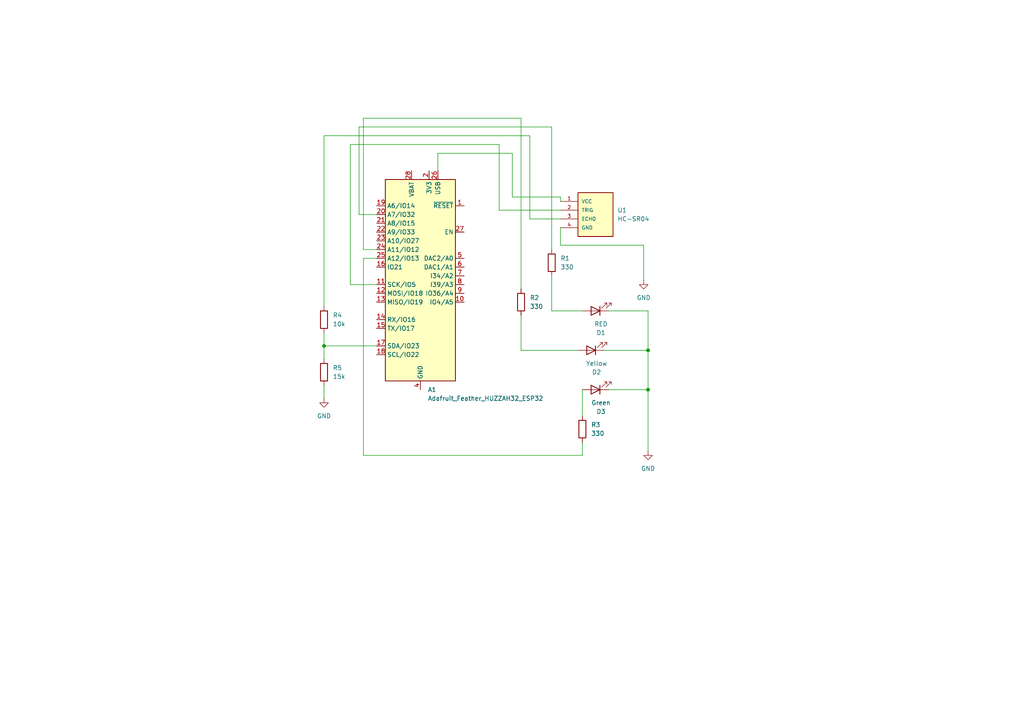
<source format=kicad_sch>
(kicad_sch
	(version 20250114)
	(generator "eeschema")
	(generator_version "9.0")
	(uuid "54dde89f-c22d-4592-bcdd-d34b1d194bcc")
	(paper "A4")
	(lib_symbols
		(symbol "Device:LED"
			(pin_numbers
				(hide yes)
			)
			(pin_names
				(offset 1.016)
				(hide yes)
			)
			(exclude_from_sim no)
			(in_bom yes)
			(on_board yes)
			(property "Reference" "D"
				(at 0 2.54 0)
				(effects
					(font
						(size 1.27 1.27)
					)
				)
			)
			(property "Value" "LED"
				(at 0 -2.54 0)
				(effects
					(font
						(size 1.27 1.27)
					)
				)
			)
			(property "Footprint" ""
				(at 0 0 0)
				(effects
					(font
						(size 1.27 1.27)
					)
					(hide yes)
				)
			)
			(property "Datasheet" "~"
				(at 0 0 0)
				(effects
					(font
						(size 1.27 1.27)
					)
					(hide yes)
				)
			)
			(property "Description" "Light emitting diode"
				(at 0 0 0)
				(effects
					(font
						(size 1.27 1.27)
					)
					(hide yes)
				)
			)
			(property "Sim.Pins" "1=K 2=A"
				(at 0 0 0)
				(effects
					(font
						(size 1.27 1.27)
					)
					(hide yes)
				)
			)
			(property "ki_keywords" "LED diode"
				(at 0 0 0)
				(effects
					(font
						(size 1.27 1.27)
					)
					(hide yes)
				)
			)
			(property "ki_fp_filters" "LED* LED_SMD:* LED_THT:*"
				(at 0 0 0)
				(effects
					(font
						(size 1.27 1.27)
					)
					(hide yes)
				)
			)
			(symbol "LED_0_1"
				(polyline
					(pts
						(xy -3.048 -0.762) (xy -4.572 -2.286) (xy -3.81 -2.286) (xy -4.572 -2.286) (xy -4.572 -1.524)
					)
					(stroke
						(width 0)
						(type default)
					)
					(fill
						(type none)
					)
				)
				(polyline
					(pts
						(xy -1.778 -0.762) (xy -3.302 -2.286) (xy -2.54 -2.286) (xy -3.302 -2.286) (xy -3.302 -1.524)
					)
					(stroke
						(width 0)
						(type default)
					)
					(fill
						(type none)
					)
				)
				(polyline
					(pts
						(xy -1.27 0) (xy 1.27 0)
					)
					(stroke
						(width 0)
						(type default)
					)
					(fill
						(type none)
					)
				)
				(polyline
					(pts
						(xy -1.27 -1.27) (xy -1.27 1.27)
					)
					(stroke
						(width 0.254)
						(type default)
					)
					(fill
						(type none)
					)
				)
				(polyline
					(pts
						(xy 1.27 -1.27) (xy 1.27 1.27) (xy -1.27 0) (xy 1.27 -1.27)
					)
					(stroke
						(width 0.254)
						(type default)
					)
					(fill
						(type none)
					)
				)
			)
			(symbol "LED_1_1"
				(pin passive line
					(at -3.81 0 0)
					(length 2.54)
					(name "K"
						(effects
							(font
								(size 1.27 1.27)
							)
						)
					)
					(number "1"
						(effects
							(font
								(size 1.27 1.27)
							)
						)
					)
				)
				(pin passive line
					(at 3.81 0 180)
					(length 2.54)
					(name "A"
						(effects
							(font
								(size 1.27 1.27)
							)
						)
					)
					(number "2"
						(effects
							(font
								(size 1.27 1.27)
							)
						)
					)
				)
			)
			(embedded_fonts no)
		)
		(symbol "Device:R"
			(pin_numbers
				(hide yes)
			)
			(pin_names
				(offset 0)
			)
			(exclude_from_sim no)
			(in_bom yes)
			(on_board yes)
			(property "Reference" "R"
				(at 2.032 0 90)
				(effects
					(font
						(size 1.27 1.27)
					)
				)
			)
			(property "Value" "R"
				(at 0 0 90)
				(effects
					(font
						(size 1.27 1.27)
					)
				)
			)
			(property "Footprint" ""
				(at -1.778 0 90)
				(effects
					(font
						(size 1.27 1.27)
					)
					(hide yes)
				)
			)
			(property "Datasheet" "~"
				(at 0 0 0)
				(effects
					(font
						(size 1.27 1.27)
					)
					(hide yes)
				)
			)
			(property "Description" "Resistor"
				(at 0 0 0)
				(effects
					(font
						(size 1.27 1.27)
					)
					(hide yes)
				)
			)
			(property "ki_keywords" "R res resistor"
				(at 0 0 0)
				(effects
					(font
						(size 1.27 1.27)
					)
					(hide yes)
				)
			)
			(property "ki_fp_filters" "R_*"
				(at 0 0 0)
				(effects
					(font
						(size 1.27 1.27)
					)
					(hide yes)
				)
			)
			(symbol "R_0_1"
				(rectangle
					(start -1.016 -2.54)
					(end 1.016 2.54)
					(stroke
						(width 0.254)
						(type default)
					)
					(fill
						(type none)
					)
				)
			)
			(symbol "R_1_1"
				(pin passive line
					(at 0 3.81 270)
					(length 1.27)
					(name "~"
						(effects
							(font
								(size 1.27 1.27)
							)
						)
					)
					(number "1"
						(effects
							(font
								(size 1.27 1.27)
							)
						)
					)
				)
				(pin passive line
					(at 0 -3.81 90)
					(length 1.27)
					(name "~"
						(effects
							(font
								(size 1.27 1.27)
							)
						)
					)
					(number "2"
						(effects
							(font
								(size 1.27 1.27)
							)
						)
					)
				)
			)
			(embedded_fonts no)
		)
		(symbol "HC-SR04:HC-SR04"
			(pin_names
				(offset 1.016)
			)
			(exclude_from_sim no)
			(in_bom yes)
			(on_board yes)
			(property "Reference" "U"
				(at 0 5.0813 0)
				(effects
					(font
						(size 1.27 1.27)
					)
					(justify left bottom)
				)
			)
			(property "Value" "HC-SR04"
				(at 0 -10.163 0)
				(effects
					(font
						(size 1.27 1.27)
					)
					(justify left bottom)
				)
			)
			(property "Footprint" "HC-SR04:XCVR_HC-SR04"
				(at 0 0 0)
				(effects
					(font
						(size 1.27 1.27)
					)
					(justify bottom)
					(hide yes)
				)
			)
			(property "Datasheet" ""
				(at 0 0 0)
				(effects
					(font
						(size 1.27 1.27)
					)
					(hide yes)
				)
			)
			(property "Description" ""
				(at 0 0 0)
				(effects
					(font
						(size 1.27 1.27)
					)
					(hide yes)
				)
			)
			(property "MF" "SparkFun Electronics"
				(at 0 0 0)
				(effects
					(font
						(size 1.27 1.27)
					)
					(justify bottom)
					(hide yes)
				)
			)
			(property "Description_1" "HC-SR04 Ultrasonic Sensor Qwiic Platform Evaluation Expansion Board"
				(at 0 0 0)
				(effects
					(font
						(size 1.27 1.27)
					)
					(justify bottom)
					(hide yes)
				)
			)
			(property "Package" "None"
				(at 0 0 0)
				(effects
					(font
						(size 1.27 1.27)
					)
					(justify bottom)
					(hide yes)
				)
			)
			(property "Price" "None"
				(at 0 0 0)
				(effects
					(font
						(size 1.27 1.27)
					)
					(justify bottom)
					(hide yes)
				)
			)
			(property "Check_prices" "https://www.snapeda.com/parts/HC-SR04/SparkFun/view-part/?ref=eda"
				(at 0 0 0)
				(effects
					(font
						(size 1.27 1.27)
					)
					(justify bottom)
					(hide yes)
				)
			)
			(property "SnapEDA_Link" "https://www.snapeda.com/parts/HC-SR04/SparkFun/view-part/?ref=snap"
				(at 0 0 0)
				(effects
					(font
						(size 1.27 1.27)
					)
					(justify bottom)
					(hide yes)
				)
			)
			(property "MP" "HC-SR04"
				(at 0 0 0)
				(effects
					(font
						(size 1.27 1.27)
					)
					(justify bottom)
					(hide yes)
				)
			)
			(property "Availability" "Not in stock"
				(at 0 0 0)
				(effects
					(font
						(size 1.27 1.27)
					)
					(justify bottom)
					(hide yes)
				)
			)
			(property "MANUFACTURER" "Osepp"
				(at 0 0 0)
				(effects
					(font
						(size 1.27 1.27)
					)
					(justify bottom)
					(hide yes)
				)
			)
			(symbol "HC-SR04_0_0"
				(rectangle
					(start 0 -7.62)
					(end 10.16 5.08)
					(stroke
						(width 0.254)
						(type default)
					)
					(fill
						(type background)
					)
				)
				(pin power_in line
					(at -5.08 2.54 0)
					(length 5.08)
					(name "VCC"
						(effects
							(font
								(size 1.016 1.016)
							)
						)
					)
					(number "1"
						(effects
							(font
								(size 1.016 1.016)
							)
						)
					)
				)
				(pin bidirectional line
					(at -5.08 0 0)
					(length 5.08)
					(name "TRIG"
						(effects
							(font
								(size 1.016 1.016)
							)
						)
					)
					(number "2"
						(effects
							(font
								(size 1.016 1.016)
							)
						)
					)
				)
				(pin bidirectional line
					(at -5.08 -2.54 0)
					(length 5.08)
					(name "ECHO"
						(effects
							(font
								(size 1.016 1.016)
							)
						)
					)
					(number "3"
						(effects
							(font
								(size 1.016 1.016)
							)
						)
					)
				)
				(pin power_in line
					(at -5.08 -5.08 0)
					(length 5.08)
					(name "GND"
						(effects
							(font
								(size 1.016 1.016)
							)
						)
					)
					(number "4"
						(effects
							(font
								(size 1.016 1.016)
							)
						)
					)
				)
			)
			(embedded_fonts no)
		)
		(symbol "MCU_Module:Adafruit_Feather_HUZZAH32_ESP32"
			(exclude_from_sim no)
			(in_bom yes)
			(on_board yes)
			(property "Reference" "A"
				(at -10.16 29.21 0)
				(effects
					(font
						(size 1.27 1.27)
					)
					(justify left)
				)
			)
			(property "Value" "Adafruit_Feather_HUZZAH32_ESP32"
				(at 2.54 -31.75 0)
				(effects
					(font
						(size 1.27 1.27)
					)
					(justify left)
				)
			)
			(property "Footprint" "Module:Adafruit_Feather"
				(at 2.54 -34.29 0)
				(effects
					(font
						(size 1.27 1.27)
					)
					(justify left)
					(hide yes)
				)
			)
			(property "Datasheet" "https://cdn-learn.adafruit.com/downloads/pdf/adafruit-huzzah32-esp32-feather.pdf"
				(at 0 -30.48 0)
				(effects
					(font
						(size 1.27 1.27)
					)
					(hide yes)
				)
			)
			(property "Description" "Microcontroller module with ESP32 MCU"
				(at 0 0 0)
				(effects
					(font
						(size 1.27 1.27)
					)
					(hide yes)
				)
			)
			(property "ki_keywords" "Adafruit feather microcontroller module USB"
				(at 0 0 0)
				(effects
					(font
						(size 1.27 1.27)
					)
					(hide yes)
				)
			)
			(property "ki_fp_filters" "Adafruit*Feather*"
				(at 0 0 0)
				(effects
					(font
						(size 1.27 1.27)
					)
					(hide yes)
				)
			)
			(symbol "Adafruit_Feather_HUZZAH32_ESP32_0_1"
				(rectangle
					(start -10.16 27.94)
					(end 10.16 -30.48)
					(stroke
						(width 0.254)
						(type default)
					)
					(fill
						(type background)
					)
				)
			)
			(symbol "Adafruit_Feather_HUZZAH32_ESP32_1_1"
				(pin bidirectional line
					(at -12.7 20.32 0)
					(length 2.54)
					(name "A6/IO14"
						(effects
							(font
								(size 1.27 1.27)
							)
						)
					)
					(number "19"
						(effects
							(font
								(size 1.27 1.27)
							)
						)
					)
				)
				(pin bidirectional line
					(at -12.7 17.78 0)
					(length 2.54)
					(name "A7/IO32"
						(effects
							(font
								(size 1.27 1.27)
							)
						)
					)
					(number "20"
						(effects
							(font
								(size 1.27 1.27)
							)
						)
					)
				)
				(pin bidirectional line
					(at -12.7 15.24 0)
					(length 2.54)
					(name "A8/IO15"
						(effects
							(font
								(size 1.27 1.27)
							)
						)
					)
					(number "21"
						(effects
							(font
								(size 1.27 1.27)
							)
						)
					)
				)
				(pin bidirectional line
					(at -12.7 12.7 0)
					(length 2.54)
					(name "A9/IO33"
						(effects
							(font
								(size 1.27 1.27)
							)
						)
					)
					(number "22"
						(effects
							(font
								(size 1.27 1.27)
							)
						)
					)
				)
				(pin bidirectional line
					(at -12.7 10.16 0)
					(length 2.54)
					(name "A10/IO27"
						(effects
							(font
								(size 1.27 1.27)
							)
						)
					)
					(number "23"
						(effects
							(font
								(size 1.27 1.27)
							)
						)
					)
				)
				(pin bidirectional line
					(at -12.7 7.62 0)
					(length 2.54)
					(name "A11/IO12"
						(effects
							(font
								(size 1.27 1.27)
							)
						)
					)
					(number "24"
						(effects
							(font
								(size 1.27 1.27)
							)
						)
					)
				)
				(pin bidirectional line
					(at -12.7 5.08 0)
					(length 2.54)
					(name "A12/IO13"
						(effects
							(font
								(size 1.27 1.27)
							)
						)
					)
					(number "25"
						(effects
							(font
								(size 1.27 1.27)
							)
						)
					)
				)
				(pin bidirectional line
					(at -12.7 2.54 0)
					(length 2.54)
					(name "IO21"
						(effects
							(font
								(size 1.27 1.27)
							)
						)
					)
					(number "16"
						(effects
							(font
								(size 1.27 1.27)
							)
						)
					)
				)
				(pin bidirectional line
					(at -12.7 -2.54 0)
					(length 2.54)
					(name "SCK/IO5"
						(effects
							(font
								(size 1.27 1.27)
							)
						)
					)
					(number "11"
						(effects
							(font
								(size 1.27 1.27)
							)
						)
					)
				)
				(pin bidirectional line
					(at -12.7 -5.08 0)
					(length 2.54)
					(name "MOSI/IO18"
						(effects
							(font
								(size 1.27 1.27)
							)
						)
					)
					(number "12"
						(effects
							(font
								(size 1.27 1.27)
							)
						)
					)
				)
				(pin bidirectional line
					(at -12.7 -7.62 0)
					(length 2.54)
					(name "MISO/IO19"
						(effects
							(font
								(size 1.27 1.27)
							)
						)
					)
					(number "13"
						(effects
							(font
								(size 1.27 1.27)
							)
						)
					)
				)
				(pin bidirectional line
					(at -12.7 -12.7 0)
					(length 2.54)
					(name "RX/IO16"
						(effects
							(font
								(size 1.27 1.27)
							)
						)
					)
					(number "14"
						(effects
							(font
								(size 1.27 1.27)
							)
						)
					)
				)
				(pin bidirectional line
					(at -12.7 -15.24 0)
					(length 2.54)
					(name "TX/IO17"
						(effects
							(font
								(size 1.27 1.27)
							)
						)
					)
					(number "15"
						(effects
							(font
								(size 1.27 1.27)
							)
						)
					)
				)
				(pin bidirectional line
					(at -12.7 -20.32 0)
					(length 2.54)
					(name "SDA/IO23"
						(effects
							(font
								(size 1.27 1.27)
							)
						)
					)
					(number "17"
						(effects
							(font
								(size 1.27 1.27)
							)
						)
					)
				)
				(pin bidirectional line
					(at -12.7 -22.86 0)
					(length 2.54)
					(name "SCL/IO22"
						(effects
							(font
								(size 1.27 1.27)
							)
						)
					)
					(number "18"
						(effects
							(font
								(size 1.27 1.27)
							)
						)
					)
				)
				(pin power_in line
					(at -2.54 30.48 270)
					(length 2.54)
					(name "VBAT"
						(effects
							(font
								(size 1.27 1.27)
							)
						)
					)
					(number "28"
						(effects
							(font
								(size 1.27 1.27)
							)
						)
					)
				)
				(pin power_in line
					(at 0 -33.02 90)
					(length 2.54)
					(name "GND"
						(effects
							(font
								(size 1.27 1.27)
							)
						)
					)
					(number "4"
						(effects
							(font
								(size 1.27 1.27)
							)
						)
					)
				)
				(pin power_in line
					(at 2.54 30.48 270)
					(length 2.54)
					(name "3V3"
						(effects
							(font
								(size 1.27 1.27)
							)
						)
					)
					(number "2"
						(effects
							(font
								(size 1.27 1.27)
							)
						)
					)
				)
				(pin power_in line
					(at 5.08 30.48 270)
					(length 2.54)
					(name "USB"
						(effects
							(font
								(size 1.27 1.27)
							)
						)
					)
					(number "26"
						(effects
							(font
								(size 1.27 1.27)
							)
						)
					)
				)
				(pin no_connect line
					(at 10.16 10.16 180)
					(length 2.54)
					(hide yes)
					(name "NC"
						(effects
							(font
								(size 1.27 1.27)
							)
						)
					)
					(number "3"
						(effects
							(font
								(size 1.27 1.27)
							)
						)
					)
				)
				(pin input line
					(at 12.7 20.32 180)
					(length 2.54)
					(name "~{RESET}"
						(effects
							(font
								(size 1.27 1.27)
							)
						)
					)
					(number "1"
						(effects
							(font
								(size 1.27 1.27)
							)
						)
					)
				)
				(pin input line
					(at 12.7 12.7 180)
					(length 2.54)
					(name "EN"
						(effects
							(font
								(size 1.27 1.27)
							)
						)
					)
					(number "27"
						(effects
							(font
								(size 1.27 1.27)
							)
						)
					)
				)
				(pin bidirectional line
					(at 12.7 5.08 180)
					(length 2.54)
					(name "DAC2/A0"
						(effects
							(font
								(size 1.27 1.27)
							)
						)
					)
					(number "5"
						(effects
							(font
								(size 1.27 1.27)
							)
						)
					)
				)
				(pin bidirectional line
					(at 12.7 2.54 180)
					(length 2.54)
					(name "DAC1/A1"
						(effects
							(font
								(size 1.27 1.27)
							)
						)
					)
					(number "6"
						(effects
							(font
								(size 1.27 1.27)
							)
						)
					)
				)
				(pin bidirectional line
					(at 12.7 0 180)
					(length 2.54)
					(name "I34/A2"
						(effects
							(font
								(size 1.27 1.27)
							)
						)
					)
					(number "7"
						(effects
							(font
								(size 1.27 1.27)
							)
						)
					)
				)
				(pin bidirectional line
					(at 12.7 -2.54 180)
					(length 2.54)
					(name "I39/A3"
						(effects
							(font
								(size 1.27 1.27)
							)
						)
					)
					(number "8"
						(effects
							(font
								(size 1.27 1.27)
							)
						)
					)
				)
				(pin bidirectional line
					(at 12.7 -5.08 180)
					(length 2.54)
					(name "IO36/A4"
						(effects
							(font
								(size 1.27 1.27)
							)
						)
					)
					(number "9"
						(effects
							(font
								(size 1.27 1.27)
							)
						)
					)
				)
				(pin bidirectional line
					(at 12.7 -7.62 180)
					(length 2.54)
					(name "IO4/A5"
						(effects
							(font
								(size 1.27 1.27)
							)
						)
					)
					(number "10"
						(effects
							(font
								(size 1.27 1.27)
							)
						)
					)
				)
			)
			(embedded_fonts no)
		)
		(symbol "power:GND"
			(power)
			(pin_numbers
				(hide yes)
			)
			(pin_names
				(offset 0)
				(hide yes)
			)
			(exclude_from_sim no)
			(in_bom yes)
			(on_board yes)
			(property "Reference" "#PWR"
				(at 0 -6.35 0)
				(effects
					(font
						(size 1.27 1.27)
					)
					(hide yes)
				)
			)
			(property "Value" "GND"
				(at 0 -3.81 0)
				(effects
					(font
						(size 1.27 1.27)
					)
				)
			)
			(property "Footprint" ""
				(at 0 0 0)
				(effects
					(font
						(size 1.27 1.27)
					)
					(hide yes)
				)
			)
			(property "Datasheet" ""
				(at 0 0 0)
				(effects
					(font
						(size 1.27 1.27)
					)
					(hide yes)
				)
			)
			(property "Description" "Power symbol creates a global label with name \"GND\" , ground"
				(at 0 0 0)
				(effects
					(font
						(size 1.27 1.27)
					)
					(hide yes)
				)
			)
			(property "ki_keywords" "global power"
				(at 0 0 0)
				(effects
					(font
						(size 1.27 1.27)
					)
					(hide yes)
				)
			)
			(symbol "GND_0_1"
				(polyline
					(pts
						(xy 0 0) (xy 0 -1.27) (xy 1.27 -1.27) (xy 0 -2.54) (xy -1.27 -1.27) (xy 0 -1.27)
					)
					(stroke
						(width 0)
						(type default)
					)
					(fill
						(type none)
					)
				)
			)
			(symbol "GND_1_1"
				(pin power_in line
					(at 0 0 270)
					(length 0)
					(name "~"
						(effects
							(font
								(size 1.27 1.27)
							)
						)
					)
					(number "1"
						(effects
							(font
								(size 1.27 1.27)
							)
						)
					)
				)
			)
			(embedded_fonts no)
		)
	)
	(junction
		(at 187.96 101.6)
		(diameter 0)
		(color 0 0 0 0)
		(uuid "367e2409-a4c0-4c5f-89fe-873cb54b1601")
	)
	(junction
		(at 93.98 100.33)
		(diameter 0)
		(color 0 0 0 0)
		(uuid "8496ce53-4f8d-4827-a051-5cf2545604f9")
	)
	(junction
		(at 187.96 113.03)
		(diameter 0)
		(color 0 0 0 0)
		(uuid "93bdd109-be74-4a5d-940b-430864fdd6ec")
	)
	(wire
		(pts
			(xy 101.6 82.55) (xy 109.22 82.55)
		)
		(stroke
			(width 0)
			(type default)
		)
		(uuid "07be5101-a1b5-443e-905f-5a3ec85e43d1")
	)
	(wire
		(pts
			(xy 168.91 90.17) (xy 160.02 90.17)
		)
		(stroke
			(width 0)
			(type default)
		)
		(uuid "16664fc1-45e4-4a2e-ab35-31e2fca9eec5")
	)
	(wire
		(pts
			(xy 187.96 113.03) (xy 187.96 130.81)
		)
		(stroke
			(width 0)
			(type default)
		)
		(uuid "1b8822d6-f936-4c86-9349-b51042a231f0")
	)
	(wire
		(pts
			(xy 148.59 57.15) (xy 162.56 57.15)
		)
		(stroke
			(width 0)
			(type default)
		)
		(uuid "1d0512bb-a4d8-4058-9ea0-d19828aece32")
	)
	(wire
		(pts
			(xy 105.41 72.39) (xy 109.22 72.39)
		)
		(stroke
			(width 0)
			(type default)
		)
		(uuid "3350cb04-6af1-45c6-b47f-d19ca68c2cab")
	)
	(wire
		(pts
			(xy 162.56 71.12) (xy 186.69 71.12)
		)
		(stroke
			(width 0)
			(type default)
		)
		(uuid "3b1b0631-7547-41c0-95e1-1d282c592247")
	)
	(wire
		(pts
			(xy 105.41 34.29) (xy 105.41 72.39)
		)
		(stroke
			(width 0)
			(type default)
		)
		(uuid "3b5991b9-c37e-4d90-abef-5c63718d9f47")
	)
	(wire
		(pts
			(xy 93.98 111.76) (xy 93.98 115.57)
		)
		(stroke
			(width 0)
			(type default)
		)
		(uuid "405c2457-b51d-4aba-b14c-39845ed8431e")
	)
	(wire
		(pts
			(xy 144.78 60.96) (xy 144.78 41.91)
		)
		(stroke
			(width 0)
			(type default)
		)
		(uuid "4162400b-9850-456b-be3b-f3b08c1f25f1")
	)
	(wire
		(pts
			(xy 167.64 101.6) (xy 151.13 101.6)
		)
		(stroke
			(width 0)
			(type default)
		)
		(uuid "49ff709e-765f-4e69-b8ef-580af59b3f36")
	)
	(wire
		(pts
			(xy 127 44.45) (xy 148.59 44.45)
		)
		(stroke
			(width 0)
			(type default)
		)
		(uuid "4d2a94c6-f53f-468c-b693-0050a0f33fd5")
	)
	(wire
		(pts
			(xy 93.98 39.37) (xy 93.98 88.9)
		)
		(stroke
			(width 0)
			(type default)
		)
		(uuid "574fccee-0030-440c-89c1-49c5124ba200")
	)
	(wire
		(pts
			(xy 160.02 90.17) (xy 160.02 80.01)
		)
		(stroke
			(width 0)
			(type default)
		)
		(uuid "60334e3a-cd23-4001-8240-0bf13e330eab")
	)
	(wire
		(pts
			(xy 105.41 132.08) (xy 105.41 74.93)
		)
		(stroke
			(width 0)
			(type default)
		)
		(uuid "62a8c485-524c-4151-8387-060b2e87e5d3")
	)
	(wire
		(pts
			(xy 93.98 100.33) (xy 93.98 104.14)
		)
		(stroke
			(width 0)
			(type default)
		)
		(uuid "64586805-7298-47ce-8516-ded5313b789f")
	)
	(wire
		(pts
			(xy 104.14 36.83) (xy 104.14 62.23)
		)
		(stroke
			(width 0)
			(type default)
		)
		(uuid "6da7d7a9-23a6-4ea8-b77a-4f8531b781f8")
	)
	(wire
		(pts
			(xy 176.53 90.17) (xy 187.96 90.17)
		)
		(stroke
			(width 0)
			(type default)
		)
		(uuid "6e7acf60-9d2c-4827-a9fa-60f4d07e6bfe")
	)
	(wire
		(pts
			(xy 105.41 74.93) (xy 109.22 74.93)
		)
		(stroke
			(width 0)
			(type default)
		)
		(uuid "75ce5139-7e36-43cc-8066-c27e03286757")
	)
	(wire
		(pts
			(xy 162.56 57.15) (xy 162.56 58.42)
		)
		(stroke
			(width 0)
			(type default)
		)
		(uuid "7d15dbcd-ea32-44dc-b051-cbfd0c38051c")
	)
	(wire
		(pts
			(xy 148.59 44.45) (xy 148.59 57.15)
		)
		(stroke
			(width 0)
			(type default)
		)
		(uuid "833ffbaa-fd92-42d9-90dd-7f8691c8ea93")
	)
	(wire
		(pts
			(xy 151.13 101.6) (xy 151.13 91.44)
		)
		(stroke
			(width 0)
			(type default)
		)
		(uuid "856ca80b-d64e-4948-9fbb-b346ce8a16b1")
	)
	(wire
		(pts
			(xy 144.78 41.91) (xy 101.6 41.91)
		)
		(stroke
			(width 0)
			(type default)
		)
		(uuid "88be3787-8ab6-42b1-8ccc-bcbab38f9f94")
	)
	(wire
		(pts
			(xy 93.98 100.33) (xy 109.22 100.33)
		)
		(stroke
			(width 0)
			(type default)
		)
		(uuid "8bf3af5c-3d82-43c4-a52d-3b2d33e0d0a9")
	)
	(wire
		(pts
			(xy 168.91 128.27) (xy 168.91 132.08)
		)
		(stroke
			(width 0)
			(type default)
		)
		(uuid "917b9ba6-2849-4269-aeee-2641b344851b")
	)
	(wire
		(pts
			(xy 93.98 39.37) (xy 153.67 39.37)
		)
		(stroke
			(width 0)
			(type default)
		)
		(uuid "981f8e8f-e5f8-468c-8601-126976f1adba")
	)
	(wire
		(pts
			(xy 175.26 101.6) (xy 187.96 101.6)
		)
		(stroke
			(width 0)
			(type default)
		)
		(uuid "a49a5464-7a25-46a8-b21f-23fcd766d364")
	)
	(wire
		(pts
			(xy 153.67 63.5) (xy 153.67 39.37)
		)
		(stroke
			(width 0)
			(type default)
		)
		(uuid "a814dec3-260a-4796-a670-23fa1dbc072a")
	)
	(wire
		(pts
			(xy 151.13 34.29) (xy 105.41 34.29)
		)
		(stroke
			(width 0)
			(type default)
		)
		(uuid "ac98ea10-9358-43b4-8177-c41921c5deb7")
	)
	(wire
		(pts
			(xy 162.56 66.04) (xy 162.56 71.12)
		)
		(stroke
			(width 0)
			(type default)
		)
		(uuid "b3986446-fb57-4c78-8495-63746ed94024")
	)
	(wire
		(pts
			(xy 162.56 60.96) (xy 144.78 60.96)
		)
		(stroke
			(width 0)
			(type default)
		)
		(uuid "b5ca6c0f-c4cb-4fa9-8779-071987252a82")
	)
	(wire
		(pts
			(xy 168.91 120.65) (xy 168.91 113.03)
		)
		(stroke
			(width 0)
			(type default)
		)
		(uuid "b78154e7-6fe1-40a9-9d36-64587ece9f90")
	)
	(wire
		(pts
			(xy 160.02 72.39) (xy 160.02 36.83)
		)
		(stroke
			(width 0)
			(type default)
		)
		(uuid "bf2e78a0-ca07-422e-bafa-5153386e61c7")
	)
	(wire
		(pts
			(xy 187.96 90.17) (xy 187.96 101.6)
		)
		(stroke
			(width 0)
			(type default)
		)
		(uuid "c5fede78-f0a4-4ecc-a244-070fbc39d0af")
	)
	(wire
		(pts
			(xy 160.02 36.83) (xy 104.14 36.83)
		)
		(stroke
			(width 0)
			(type default)
		)
		(uuid "ca60f56a-7110-40fc-bb31-531d3e957bef")
	)
	(wire
		(pts
			(xy 93.98 96.52) (xy 93.98 100.33)
		)
		(stroke
			(width 0)
			(type default)
		)
		(uuid "ce75391b-c41d-484c-b3ae-5844e93daec1")
	)
	(wire
		(pts
			(xy 127 49.53) (xy 127 44.45)
		)
		(stroke
			(width 0)
			(type default)
		)
		(uuid "d27388b4-e735-4418-81a3-99b7090ce212")
	)
	(wire
		(pts
			(xy 186.69 71.12) (xy 186.69 81.28)
		)
		(stroke
			(width 0)
			(type default)
		)
		(uuid "d9340c22-f032-421b-b5da-9dd5163f3634")
	)
	(wire
		(pts
			(xy 162.56 63.5) (xy 153.67 63.5)
		)
		(stroke
			(width 0)
			(type default)
		)
		(uuid "d9f5dadd-9336-4c15-a9e5-48b873d473c2")
	)
	(wire
		(pts
			(xy 101.6 41.91) (xy 101.6 82.55)
		)
		(stroke
			(width 0)
			(type default)
		)
		(uuid "e3cfbe03-0a48-4d5c-9093-5c3a94bd94c4")
	)
	(wire
		(pts
			(xy 187.96 101.6) (xy 187.96 113.03)
		)
		(stroke
			(width 0)
			(type default)
		)
		(uuid "e5196d3f-11c3-4199-833b-8302c0c4edbb")
	)
	(wire
		(pts
			(xy 176.53 113.03) (xy 187.96 113.03)
		)
		(stroke
			(width 0)
			(type default)
		)
		(uuid "e88f476a-bbf4-4fd8-9df9-b7af5fb9f09c")
	)
	(wire
		(pts
			(xy 105.41 132.08) (xy 168.91 132.08)
		)
		(stroke
			(width 0)
			(type default)
		)
		(uuid "fae9553e-f6e8-44fa-b936-e5a012b3227c")
	)
	(wire
		(pts
			(xy 151.13 83.82) (xy 151.13 34.29)
		)
		(stroke
			(width 0)
			(type default)
		)
		(uuid "fb40698d-ef70-4acb-9395-679676bd4ceb")
	)
	(wire
		(pts
			(xy 104.14 62.23) (xy 109.22 62.23)
		)
		(stroke
			(width 0)
			(type default)
		)
		(uuid "fbdb682f-49e7-47f2-b799-44cbae747db0")
	)
	(symbol
		(lib_id "Device:LED")
		(at 172.72 90.17 180)
		(unit 1)
		(exclude_from_sim no)
		(in_bom yes)
		(on_board yes)
		(dnp no)
		(uuid "15e79a29-7764-43ea-a1d5-0a6135a6b402")
		(property "Reference" "D1"
			(at 174.3075 96.52 0)
			(effects
				(font
					(size 1.27 1.27)
				)
			)
		)
		(property "Value" "RED"
			(at 174.3075 93.98 0)
			(effects
				(font
					(size 1.27 1.27)
				)
			)
		)
		(property "Footprint" "LED_THT:LED_D5.0mm"
			(at 172.72 90.17 0)
			(effects
				(font
					(size 1.27 1.27)
				)
				(hide yes)
			)
		)
		(property "Datasheet" "~"
			(at 172.72 90.17 0)
			(effects
				(font
					(size 1.27 1.27)
				)
				(hide yes)
			)
		)
		(property "Description" "Light emitting diode"
			(at 172.72 90.17 0)
			(effects
				(font
					(size 1.27 1.27)
				)
				(hide yes)
			)
		)
		(property "Sim.Pins" "1=K 2=A"
			(at 172.72 90.17 0)
			(effects
				(font
					(size 1.27 1.27)
				)
				(hide yes)
			)
		)
		(pin "1"
			(uuid "2ac1a2d9-fcd7-4257-9ff9-d4b0813490ce")
		)
		(pin "2"
			(uuid "c059f589-d64d-4960-8327-4a6a1965247c")
		)
		(instances
			(project ""
				(path "/54dde89f-c22d-4592-bcdd-d34b1d194bcc"
					(reference "D1")
					(unit 1)
				)
			)
		)
	)
	(symbol
		(lib_id "Device:R")
		(at 93.98 92.71 0)
		(unit 1)
		(exclude_from_sim no)
		(in_bom yes)
		(on_board yes)
		(dnp no)
		(fields_autoplaced yes)
		(uuid "3026f639-9b69-4633-b7f7-014cf940349b")
		(property "Reference" "R4"
			(at 96.52 91.4399 0)
			(effects
				(font
					(size 1.27 1.27)
				)
				(justify left)
			)
		)
		(property "Value" "10k"
			(at 96.52 93.9799 0)
			(effects
				(font
					(size 1.27 1.27)
				)
				(justify left)
			)
		)
		(property "Footprint" "Resistor_THT:R_Axial_DIN0207_L6.3mm_D2.5mm_P7.62mm_Horizontal"
			(at 92.202 92.71 90)
			(effects
				(font
					(size 1.27 1.27)
				)
				(hide yes)
			)
		)
		(property "Datasheet" "~"
			(at 93.98 92.71 0)
			(effects
				(font
					(size 1.27 1.27)
				)
				(hide yes)
			)
		)
		(property "Description" "Resistor"
			(at 93.98 92.71 0)
			(effects
				(font
					(size 1.27 1.27)
				)
				(hide yes)
			)
		)
		(pin "1"
			(uuid "f1c759a9-c433-4d9b-a538-751c51957bca")
		)
		(pin "2"
			(uuid "54ec621e-b658-4c22-b12c-ad8de4654a32")
		)
		(instances
			(project ""
				(path "/54dde89f-c22d-4592-bcdd-d34b1d194bcc"
					(reference "R4")
					(unit 1)
				)
			)
		)
	)
	(symbol
		(lib_id "power:GND")
		(at 187.96 130.81 0)
		(unit 1)
		(exclude_from_sim no)
		(in_bom yes)
		(on_board yes)
		(dnp no)
		(fields_autoplaced yes)
		(uuid "449a2583-fdb5-44c8-9e49-893a0a4b60a7")
		(property "Reference" "#PWR03"
			(at 187.96 137.16 0)
			(effects
				(font
					(size 1.27 1.27)
				)
				(hide yes)
			)
		)
		(property "Value" "GND"
			(at 187.96 135.89 0)
			(effects
				(font
					(size 1.27 1.27)
				)
			)
		)
		(property "Footprint" ""
			(at 187.96 130.81 0)
			(effects
				(font
					(size 1.27 1.27)
				)
				(hide yes)
			)
		)
		(property "Datasheet" ""
			(at 187.96 130.81 0)
			(effects
				(font
					(size 1.27 1.27)
				)
				(hide yes)
			)
		)
		(property "Description" "Power symbol creates a global label with name \"GND\" , ground"
			(at 187.96 130.81 0)
			(effects
				(font
					(size 1.27 1.27)
				)
				(hide yes)
			)
		)
		(pin "1"
			(uuid "1dd1fba5-b5a8-49f3-8122-0c454d2f190f")
		)
		(instances
			(project ""
				(path "/54dde89f-c22d-4592-bcdd-d34b1d194bcc"
					(reference "#PWR03")
					(unit 1)
				)
			)
		)
	)
	(symbol
		(lib_id "Device:R")
		(at 151.13 87.63 0)
		(unit 1)
		(exclude_from_sim no)
		(in_bom yes)
		(on_board yes)
		(dnp no)
		(fields_autoplaced yes)
		(uuid "46a67904-1d7c-45b5-a2e4-90049d4df3b3")
		(property "Reference" "R2"
			(at 153.67 86.3599 0)
			(effects
				(font
					(size 1.27 1.27)
				)
				(justify left)
			)
		)
		(property "Value" "330"
			(at 153.67 88.8999 0)
			(effects
				(font
					(size 1.27 1.27)
				)
				(justify left)
			)
		)
		(property "Footprint" "Resistor_THT:R_Axial_DIN0207_L6.3mm_D2.5mm_P7.62mm_Horizontal"
			(at 149.352 87.63 90)
			(effects
				(font
					(size 1.27 1.27)
				)
				(hide yes)
			)
		)
		(property "Datasheet" "~"
			(at 151.13 87.63 0)
			(effects
				(font
					(size 1.27 1.27)
				)
				(hide yes)
			)
		)
		(property "Description" "Resistor"
			(at 151.13 87.63 0)
			(effects
				(font
					(size 1.27 1.27)
				)
				(hide yes)
			)
		)
		(pin "2"
			(uuid "ffbddd07-00bc-481a-8c5c-98d4e83dd85f")
		)
		(pin "1"
			(uuid "0e44c6a0-4ea1-4876-8e7f-28ff84ff199d")
		)
		(instances
			(project ""
				(path "/54dde89f-c22d-4592-bcdd-d34b1d194bcc"
					(reference "R2")
					(unit 1)
				)
			)
		)
	)
	(symbol
		(lib_id "Device:LED")
		(at 171.45 101.6 180)
		(unit 1)
		(exclude_from_sim no)
		(in_bom yes)
		(on_board yes)
		(dnp no)
		(uuid "7d18bed3-7bf5-41e9-a2ea-1f4a0bf5fb2a")
		(property "Reference" "D2"
			(at 173.0375 107.95 0)
			(effects
				(font
					(size 1.27 1.27)
				)
			)
		)
		(property "Value" "Yellow"
			(at 173.0375 105.41 0)
			(effects
				(font
					(size 1.27 1.27)
				)
			)
		)
		(property "Footprint" "LED_THT:LED_D5.0mm"
			(at 171.45 101.6 0)
			(effects
				(font
					(size 1.27 1.27)
				)
				(hide yes)
			)
		)
		(property "Datasheet" "~"
			(at 171.45 101.6 0)
			(effects
				(font
					(size 1.27 1.27)
				)
				(hide yes)
			)
		)
		(property "Description" "Light emitting diode"
			(at 171.45 101.6 0)
			(effects
				(font
					(size 1.27 1.27)
				)
				(hide yes)
			)
		)
		(property "Sim.Pins" "1=K 2=A"
			(at 171.45 101.6 0)
			(effects
				(font
					(size 1.27 1.27)
				)
				(hide yes)
			)
		)
		(pin "1"
			(uuid "9409b875-fbe5-4132-aa1f-cd18bc2f0e17")
		)
		(pin "2"
			(uuid "c1aabb07-51bc-42da-a40f-4d1ee39e2c3e")
		)
		(instances
			(project ""
				(path "/54dde89f-c22d-4592-bcdd-d34b1d194bcc"
					(reference "D2")
					(unit 1)
				)
			)
		)
	)
	(symbol
		(lib_id "Device:R")
		(at 93.98 107.95 0)
		(unit 1)
		(exclude_from_sim no)
		(in_bom yes)
		(on_board yes)
		(dnp no)
		(fields_autoplaced yes)
		(uuid "9510a847-de55-4fd2-baf7-85ad2821e968")
		(property "Reference" "R5"
			(at 96.52 106.6799 0)
			(effects
				(font
					(size 1.27 1.27)
				)
				(justify left)
			)
		)
		(property "Value" "15k"
			(at 96.52 109.2199 0)
			(effects
				(font
					(size 1.27 1.27)
				)
				(justify left)
			)
		)
		(property "Footprint" "Resistor_THT:R_Axial_DIN0207_L6.3mm_D2.5mm_P7.62mm_Horizontal"
			(at 92.202 107.95 90)
			(effects
				(font
					(size 1.27 1.27)
				)
				(hide yes)
			)
		)
		(property "Datasheet" "~"
			(at 93.98 107.95 0)
			(effects
				(font
					(size 1.27 1.27)
				)
				(hide yes)
			)
		)
		(property "Description" "Resistor"
			(at 93.98 107.95 0)
			(effects
				(font
					(size 1.27 1.27)
				)
				(hide yes)
			)
		)
		(pin "2"
			(uuid "2f5ca845-7fa0-4de9-a555-521c0333a889")
		)
		(pin "1"
			(uuid "6c55fdbd-b7c5-4a97-8d47-38886f1865c0")
		)
		(instances
			(project ""
				(path "/54dde89f-c22d-4592-bcdd-d34b1d194bcc"
					(reference "R5")
					(unit 1)
				)
			)
		)
	)
	(symbol
		(lib_id "Device:LED")
		(at 172.72 113.03 180)
		(unit 1)
		(exclude_from_sim no)
		(in_bom yes)
		(on_board yes)
		(dnp no)
		(uuid "b302b892-8cae-48c4-a1f1-def055c15b51")
		(property "Reference" "D3"
			(at 174.3075 119.38 0)
			(effects
				(font
					(size 1.27 1.27)
				)
			)
		)
		(property "Value" "Green"
			(at 174.3075 116.84 0)
			(effects
				(font
					(size 1.27 1.27)
				)
			)
		)
		(property "Footprint" "LED_THT:LED_D5.0mm"
			(at 172.72 113.03 0)
			(effects
				(font
					(size 1.27 1.27)
				)
				(hide yes)
			)
		)
		(property "Datasheet" "~"
			(at 172.72 113.03 0)
			(effects
				(font
					(size 1.27 1.27)
				)
				(hide yes)
			)
		)
		(property "Description" "Light emitting diode"
			(at 172.72 113.03 0)
			(effects
				(font
					(size 1.27 1.27)
				)
				(hide yes)
			)
		)
		(property "Sim.Pins" "1=K 2=A"
			(at 172.72 113.03 0)
			(effects
				(font
					(size 1.27 1.27)
				)
				(hide yes)
			)
		)
		(pin "1"
			(uuid "fafa7508-f935-449f-93e5-d3c3429af2c3")
		)
		(pin "2"
			(uuid "1c8a7ba4-ea27-408b-b5eb-263f4e34d449")
		)
		(instances
			(project ""
				(path "/54dde89f-c22d-4592-bcdd-d34b1d194bcc"
					(reference "D3")
					(unit 1)
				)
			)
		)
	)
	(symbol
		(lib_id "HC-SR04:HC-SR04")
		(at 167.64 60.96 0)
		(unit 1)
		(exclude_from_sim no)
		(in_bom yes)
		(on_board yes)
		(dnp no)
		(fields_autoplaced yes)
		(uuid "cfd15316-c955-4e2a-8bda-e847a874e54c")
		(property "Reference" "U1"
			(at 179.07 60.9599 0)
			(effects
				(font
					(size 1.27 1.27)
				)
				(justify left)
			)
		)
		(property "Value" "HC-SR04"
			(at 179.07 63.4999 0)
			(effects
				(font
					(size 1.27 1.27)
				)
				(justify left)
			)
		)
		(property "Footprint" "Connector_PinHeader_2.54mm:PinHeader_1x04_P2.54mm_Vertical"
			(at 167.64 60.96 0)
			(effects
				(font
					(size 1.27 1.27)
				)
				(justify bottom)
				(hide yes)
			)
		)
		(property "Datasheet" ""
			(at 167.64 60.96 0)
			(effects
				(font
					(size 1.27 1.27)
				)
				(hide yes)
			)
		)
		(property "Description" ""
			(at 167.64 60.96 0)
			(effects
				(font
					(size 1.27 1.27)
				)
				(hide yes)
			)
		)
		(property "MF" "SparkFun Electronics"
			(at 167.64 60.96 0)
			(effects
				(font
					(size 1.27 1.27)
				)
				(justify bottom)
				(hide yes)
			)
		)
		(property "Description_1" "HC-SR04 Ultrasonic Sensor Qwiic Platform Evaluation Expansion Board"
			(at 167.64 60.96 0)
			(effects
				(font
					(size 1.27 1.27)
				)
				(justify bottom)
				(hide yes)
			)
		)
		(property "Package" "None"
			(at 167.64 60.96 0)
			(effects
				(font
					(size 1.27 1.27)
				)
				(justify bottom)
				(hide yes)
			)
		)
		(property "Price" "None"
			(at 167.64 60.96 0)
			(effects
				(font
					(size 1.27 1.27)
				)
				(justify bottom)
				(hide yes)
			)
		)
		(property "Check_prices" "https://www.snapeda.com/parts/HC-SR04/SparkFun/view-part/?ref=eda"
			(at 167.64 60.96 0)
			(effects
				(font
					(size 1.27 1.27)
				)
				(justify bottom)
				(hide yes)
			)
		)
		(property "SnapEDA_Link" "https://www.snapeda.com/parts/HC-SR04/SparkFun/view-part/?ref=snap"
			(at 167.64 60.96 0)
			(effects
				(font
					(size 1.27 1.27)
				)
				(justify bottom)
				(hide yes)
			)
		)
		(property "MP" "HC-SR04"
			(at 167.64 60.96 0)
			(effects
				(font
					(size 1.27 1.27)
				)
				(justify bottom)
				(hide yes)
			)
		)
		(property "Availability" "Not in stock"
			(at 167.64 60.96 0)
			(effects
				(font
					(size 1.27 1.27)
				)
				(justify bottom)
				(hide yes)
			)
		)
		(property "MANUFACTURER" "Osepp"
			(at 167.64 60.96 0)
			(effects
				(font
					(size 1.27 1.27)
				)
				(justify bottom)
				(hide yes)
			)
		)
		(pin "1"
			(uuid "11a6611a-8145-4ab8-9f8d-cd6967a29454")
		)
		(pin "2"
			(uuid "1eb51425-f040-4465-af49-7274d02b97b2")
		)
		(pin "4"
			(uuid "e6bd88f6-b40a-437a-8637-394010983a58")
		)
		(pin "3"
			(uuid "eb6c5b78-c070-4205-972f-877cd6e84547")
		)
		(instances
			(project ""
				(path "/54dde89f-c22d-4592-bcdd-d34b1d194bcc"
					(reference "U1")
					(unit 1)
				)
			)
		)
	)
	(symbol
		(lib_id "MCU_Module:Adafruit_Feather_HUZZAH32_ESP32")
		(at 121.92 80.01 0)
		(unit 1)
		(exclude_from_sim no)
		(in_bom yes)
		(on_board yes)
		(dnp no)
		(fields_autoplaced yes)
		(uuid "d1c1dadc-e1f0-4518-b9fa-2a47ffc3013b")
		(property "Reference" "A1"
			(at 124.0633 113.03 0)
			(effects
				(font
					(size 1.27 1.27)
				)
				(justify left)
			)
		)
		(property "Value" "Adafruit_Feather_HUZZAH32_ESP32"
			(at 124.0633 115.57 0)
			(effects
				(font
					(size 1.27 1.27)
				)
				(justify left)
			)
		)
		(property "Footprint" "Module:Adafruit_Feather"
			(at 124.46 114.3 0)
			(effects
				(font
					(size 1.27 1.27)
				)
				(justify left)
				(hide yes)
			)
		)
		(property "Datasheet" "https://cdn-learn.adafruit.com/downloads/pdf/adafruit-huzzah32-esp32-feather.pdf"
			(at 121.92 110.49 0)
			(effects
				(font
					(size 1.27 1.27)
				)
				(hide yes)
			)
		)
		(property "Description" "Microcontroller module with ESP32 MCU"
			(at 121.92 80.01 0)
			(effects
				(font
					(size 1.27 1.27)
				)
				(hide yes)
			)
		)
		(pin "28"
			(uuid "86d71690-0938-4902-a3e3-b71dd5349381")
		)
		(pin "11"
			(uuid "12ce8b66-4bad-4bde-bee9-25e5b734935c")
		)
		(pin "7"
			(uuid "01ff9a4e-ec5e-42ac-852d-4dd8b24a8b95")
		)
		(pin "19"
			(uuid "bd8513cb-e074-43df-92d6-5931fb05c473")
		)
		(pin "24"
			(uuid "3bd40d33-2397-4fc6-bd1b-e545f9744558")
		)
		(pin "22"
			(uuid "b37b5226-603f-4ea1-bcb9-43c2082f73f1")
		)
		(pin "25"
			(uuid "ee21320b-d3b2-4800-97c5-0205b93083a0")
		)
		(pin "27"
			(uuid "88bf4a7f-66e6-485a-b8ab-877b8e268065")
		)
		(pin "18"
			(uuid "e09b3d5c-6c14-4bbc-9c38-702fea7dea75")
		)
		(pin "5"
			(uuid "114230c8-0e81-4d17-a805-2ddd4b6fe27f")
		)
		(pin "13"
			(uuid "7abd40e5-8869-44b6-b843-94d5920674b6")
		)
		(pin "2"
			(uuid "7bb7d359-e987-4692-8e44-31fa2749e844")
		)
		(pin "15"
			(uuid "a8379983-ee21-44f3-8079-1530a9002c3c")
		)
		(pin "26"
			(uuid "1c1d5a3e-c84b-45fe-b13a-0dd60fcca141")
		)
		(pin "6"
			(uuid "352df3e7-9e2b-469d-b907-40a728320b33")
		)
		(pin "23"
			(uuid "de13f699-8aec-4b19-b1fb-85dea4bc1f88")
		)
		(pin "4"
			(uuid "746f6013-8136-46c9-af24-2b62846c6f8a")
		)
		(pin "12"
			(uuid "c1b3241b-b14b-4a65-9438-0fa09ee00c28")
		)
		(pin "8"
			(uuid "0924b940-a06d-46b5-b61d-06bbe220619c")
		)
		(pin "14"
			(uuid "97958a5b-035d-4ccf-9a00-8b8884497a10")
		)
		(pin "20"
			(uuid "da0ae339-0a56-41da-83fa-ae7e1059302b")
		)
		(pin "21"
			(uuid "8331a863-3808-4a0d-bacd-d30bd2143247")
		)
		(pin "17"
			(uuid "c7e4aba9-0076-406e-aad4-6f0882b3fa0c")
		)
		(pin "16"
			(uuid "c52324db-28df-49e5-816c-f0f03c0d2c60")
		)
		(pin "3"
			(uuid "12fd68c4-1bc2-428e-949d-9ef60d724a37")
		)
		(pin "1"
			(uuid "7de8d66c-9878-4c42-97ce-38db2f7a02f5")
		)
		(pin "9"
			(uuid "5a83b5f5-eab6-4591-93c4-f9960715bd90")
		)
		(pin "10"
			(uuid "b4e9604c-4384-4efc-a5e4-3a6136bb4ce7")
		)
		(instances
			(project ""
				(path "/54dde89f-c22d-4592-bcdd-d34b1d194bcc"
					(reference "A1")
					(unit 1)
				)
			)
		)
	)
	(symbol
		(lib_id "power:GND")
		(at 93.98 115.57 0)
		(unit 1)
		(exclude_from_sim no)
		(in_bom yes)
		(on_board yes)
		(dnp no)
		(fields_autoplaced yes)
		(uuid "d4945265-8eab-41bd-955d-5f90fec923d2")
		(property "Reference" "#PWR01"
			(at 93.98 121.92 0)
			(effects
				(font
					(size 1.27 1.27)
				)
				(hide yes)
			)
		)
		(property "Value" "GND"
			(at 93.98 120.65 0)
			(effects
				(font
					(size 1.27 1.27)
				)
			)
		)
		(property "Footprint" ""
			(at 93.98 115.57 0)
			(effects
				(font
					(size 1.27 1.27)
				)
				(hide yes)
			)
		)
		(property "Datasheet" ""
			(at 93.98 115.57 0)
			(effects
				(font
					(size 1.27 1.27)
				)
				(hide yes)
			)
		)
		(property "Description" "Power symbol creates a global label with name \"GND\" , ground"
			(at 93.98 115.57 0)
			(effects
				(font
					(size 1.27 1.27)
				)
				(hide yes)
			)
		)
		(pin "1"
			(uuid "2e8d452b-e944-47b2-9c74-aa3f6bf796a0")
		)
		(instances
			(project ""
				(path "/54dde89f-c22d-4592-bcdd-d34b1d194bcc"
					(reference "#PWR01")
					(unit 1)
				)
			)
		)
	)
	(symbol
		(lib_id "Device:R")
		(at 168.91 124.46 0)
		(unit 1)
		(exclude_from_sim no)
		(in_bom yes)
		(on_board yes)
		(dnp no)
		(fields_autoplaced yes)
		(uuid "e79130a1-ba1b-4566-b09d-ed4a6618a6f5")
		(property "Reference" "R3"
			(at 171.45 123.1899 0)
			(effects
				(font
					(size 1.27 1.27)
				)
				(justify left)
			)
		)
		(property "Value" "330"
			(at 171.45 125.7299 0)
			(effects
				(font
					(size 1.27 1.27)
				)
				(justify left)
			)
		)
		(property "Footprint" "Resistor_THT:R_Axial_DIN0207_L6.3mm_D2.5mm_P7.62mm_Horizontal"
			(at 167.132 124.46 90)
			(effects
				(font
					(size 1.27 1.27)
				)
				(hide yes)
			)
		)
		(property "Datasheet" "~"
			(at 168.91 124.46 0)
			(effects
				(font
					(size 1.27 1.27)
				)
				(hide yes)
			)
		)
		(property "Description" "Resistor"
			(at 168.91 124.46 0)
			(effects
				(font
					(size 1.27 1.27)
				)
				(hide yes)
			)
		)
		(pin "2"
			(uuid "aeb3cd79-a83c-4549-b7b6-0907c859ee32")
		)
		(pin "1"
			(uuid "28cb5389-ac08-4e07-b0bb-5f2bc3a3c0dc")
		)
		(instances
			(project ""
				(path "/54dde89f-c22d-4592-bcdd-d34b1d194bcc"
					(reference "R3")
					(unit 1)
				)
			)
		)
	)
	(symbol
		(lib_id "power:GND")
		(at 186.69 81.28 0)
		(unit 1)
		(exclude_from_sim no)
		(in_bom yes)
		(on_board yes)
		(dnp no)
		(fields_autoplaced yes)
		(uuid "ea6d37d4-e441-4cf8-9d02-5ace1fc22565")
		(property "Reference" "#PWR02"
			(at 186.69 87.63 0)
			(effects
				(font
					(size 1.27 1.27)
				)
				(hide yes)
			)
		)
		(property "Value" "GND"
			(at 186.69 86.36 0)
			(effects
				(font
					(size 1.27 1.27)
				)
			)
		)
		(property "Footprint" ""
			(at 186.69 81.28 0)
			(effects
				(font
					(size 1.27 1.27)
				)
				(hide yes)
			)
		)
		(property "Datasheet" ""
			(at 186.69 81.28 0)
			(effects
				(font
					(size 1.27 1.27)
				)
				(hide yes)
			)
		)
		(property "Description" "Power symbol creates a global label with name \"GND\" , ground"
			(at 186.69 81.28 0)
			(effects
				(font
					(size 1.27 1.27)
				)
				(hide yes)
			)
		)
		(pin "1"
			(uuid "c89160b3-e69a-49e7-91cb-d073de2f48b1")
		)
		(instances
			(project ""
				(path "/54dde89f-c22d-4592-bcdd-d34b1d194bcc"
					(reference "#PWR02")
					(unit 1)
				)
			)
		)
	)
	(symbol
		(lib_id "Device:R")
		(at 160.02 76.2 0)
		(unit 1)
		(exclude_from_sim no)
		(in_bom yes)
		(on_board yes)
		(dnp no)
		(fields_autoplaced yes)
		(uuid "f59def1f-3bca-498a-9330-a5d6316fcd81")
		(property "Reference" "R1"
			(at 162.56 74.9299 0)
			(effects
				(font
					(size 1.27 1.27)
				)
				(justify left)
			)
		)
		(property "Value" "330"
			(at 162.56 77.4699 0)
			(effects
				(font
					(size 1.27 1.27)
				)
				(justify left)
			)
		)
		(property "Footprint" "Resistor_THT:R_Axial_DIN0207_L6.3mm_D2.5mm_P7.62mm_Horizontal"
			(at 158.242 76.2 90)
			(effects
				(font
					(size 1.27 1.27)
				)
				(hide yes)
			)
		)
		(property "Datasheet" "~"
			(at 160.02 76.2 0)
			(effects
				(font
					(size 1.27 1.27)
				)
				(hide yes)
			)
		)
		(property "Description" "Resistor"
			(at 160.02 76.2 0)
			(effects
				(font
					(size 1.27 1.27)
				)
				(hide yes)
			)
		)
		(pin "1"
			(uuid "7639bf9e-0810-4e27-97b5-76f36a1270f3")
		)
		(pin "2"
			(uuid "74eba11e-99ca-41cc-b939-c918d0a2639c")
		)
		(instances
			(project ""
				(path "/54dde89f-c22d-4592-bcdd-d34b1d194bcc"
					(reference "R1")
					(unit 1)
				)
			)
		)
	)
	(sheet_instances
		(path "/"
			(page "1")
		)
	)
	(embedded_fonts no)
)

</source>
